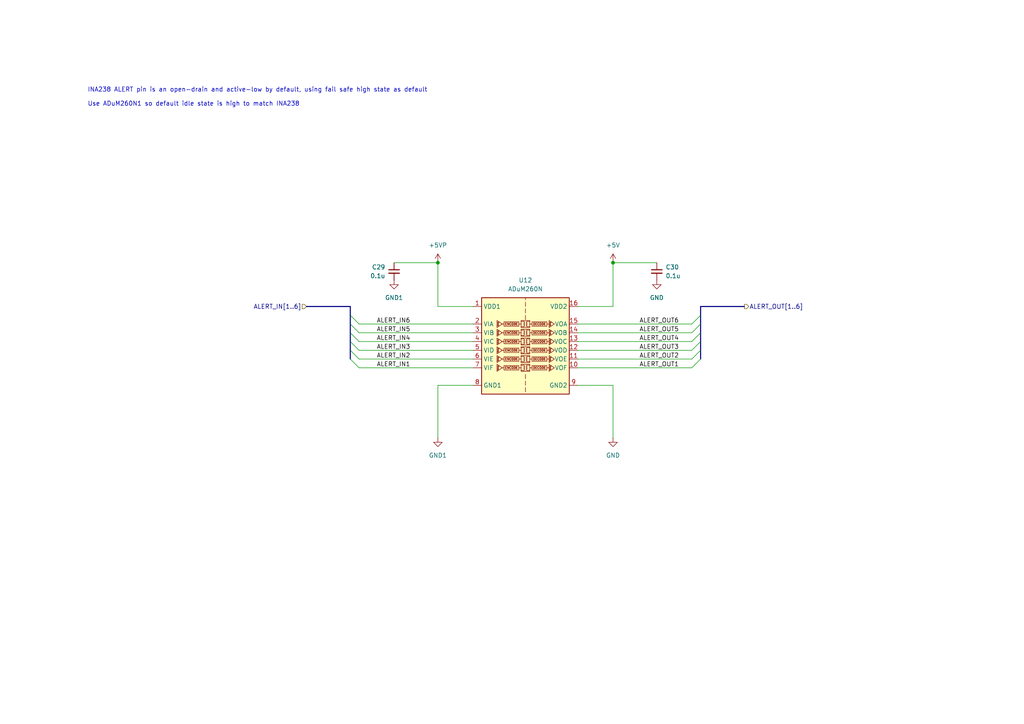
<source format=kicad_sch>
(kicad_sch
	(version 20250114)
	(generator "eeschema")
	(generator_version "9.0")
	(uuid "a9be638a-702c-43e4-a614-4f6986c09bed")
	(paper "A4")
	(title_block
		(title "12V-2x6 Current Monitor")
		(date "2025-08-12")
		(rev "1")
		(company "eggsampler")
	)
	(lib_symbols
		(symbol "Device:C_Small"
			(pin_numbers
				(hide yes)
			)
			(pin_names
				(offset 0.254)
				(hide yes)
			)
			(exclude_from_sim no)
			(in_bom yes)
			(on_board yes)
			(property "Reference" "C"
				(at 0.254 1.778 0)
				(effects
					(font
						(size 1.27 1.27)
					)
					(justify left)
				)
			)
			(property "Value" "C_Small"
				(at 0.254 -2.032 0)
				(effects
					(font
						(size 1.27 1.27)
					)
					(justify left)
				)
			)
			(property "Footprint" ""
				(at 0 0 0)
				(effects
					(font
						(size 1.27 1.27)
					)
					(hide yes)
				)
			)
			(property "Datasheet" "~"
				(at 0 0 0)
				(effects
					(font
						(size 1.27 1.27)
					)
					(hide yes)
				)
			)
			(property "Description" "Unpolarized capacitor, small symbol"
				(at 0 0 0)
				(effects
					(font
						(size 1.27 1.27)
					)
					(hide yes)
				)
			)
			(property "ki_keywords" "capacitor cap"
				(at 0 0 0)
				(effects
					(font
						(size 1.27 1.27)
					)
					(hide yes)
				)
			)
			(property "ki_fp_filters" "C_*"
				(at 0 0 0)
				(effects
					(font
						(size 1.27 1.27)
					)
					(hide yes)
				)
			)
			(symbol "C_Small_0_1"
				(polyline
					(pts
						(xy -1.524 0.508) (xy 1.524 0.508)
					)
					(stroke
						(width 0.3048)
						(type default)
					)
					(fill
						(type none)
					)
				)
				(polyline
					(pts
						(xy -1.524 -0.508) (xy 1.524 -0.508)
					)
					(stroke
						(width 0.3302)
						(type default)
					)
					(fill
						(type none)
					)
				)
			)
			(symbol "C_Small_1_1"
				(pin passive line
					(at 0 2.54 270)
					(length 2.032)
					(name "~"
						(effects
							(font
								(size 1.27 1.27)
							)
						)
					)
					(number "1"
						(effects
							(font
								(size 1.27 1.27)
							)
						)
					)
				)
				(pin passive line
					(at 0 -2.54 90)
					(length 2.032)
					(name "~"
						(effects
							(font
								(size 1.27 1.27)
							)
						)
					)
					(number "2"
						(effects
							(font
								(size 1.27 1.27)
							)
						)
					)
				)
			)
			(embedded_fonts no)
		)
		(symbol "Isolator:ADuM260N"
			(exclude_from_sim no)
			(in_bom yes)
			(on_board yes)
			(property "Reference" "U"
				(at -11.43 16.51 0)
				(effects
					(font
						(size 1.27 1.27)
					)
				)
			)
			(property "Value" "ADuM260N"
				(at 7.62 16.51 0)
				(effects
					(font
						(size 1.27 1.27)
					)
				)
			)
			(property "Footprint" "Package_SO:SOIC-16W_7.5x12.8mm_P1.27mm"
				(at 0 -15.24 0)
				(effects
					(font
						(size 1.27 1.27)
					)
					(hide yes)
				)
			)
			(property "Datasheet" "http://www.analog.com/media/en/technical-documentation/data-sheets/ADuM260N-261N-262N-263N.pdf"
				(at 0 19.05 0)
				(effects
					(font
						(size 1.27 1.27)
					)
					(hide yes)
				)
			)
			(property "Description" "5.0 kV RMS, 6-Channel Digital Isolator, 0 reverse channels, SOIC-16"
				(at 0 0 0)
				(effects
					(font
						(size 1.27 1.27)
					)
					(hide yes)
				)
			)
			(property "ki_keywords" "digital isolator galvanic isopower"
				(at 0 0 0)
				(effects
					(font
						(size 1.27 1.27)
					)
					(hide yes)
				)
			)
			(property "ki_fp_filters" "SOIC*7.5x12.8mm*P1.27mm*"
				(at 0 0 0)
				(effects
					(font
						(size 1.27 1.27)
					)
					(hide yes)
				)
			)
			(symbol "ADuM260N_0_1"
				(polyline
					(pts
						(xy -8.0518 7.112) (xy -7.7978 7.112) (xy -7.7978 8.128)
					)
					(stroke
						(width 0)
						(type default)
					)
					(fill
						(type none)
					)
				)
				(polyline
					(pts
						(xy -8.001 8.128) (xy -7.62 8.128)
					)
					(stroke
						(width 0)
						(type default)
					)
					(fill
						(type none)
					)
				)
				(polyline
					(pts
						(xy -8.001 8.128) (xy -8.001 7.112) (xy -8.128 7.112)
					)
					(stroke
						(width 0)
						(type default)
					)
					(fill
						(type none)
					)
				)
				(polyline
					(pts
						(xy -6.731 7.62) (xy -8.255 8.636) (xy -8.255 6.604) (xy -6.731 7.62)
					)
					(stroke
						(width 0)
						(type default)
					)
					(fill
						(type none)
					)
				)
			)
			(symbol "ADuM260N_1_0"
				(polyline
					(pts
						(xy -6.223 7.62) (xy -6.858 7.62)
					)
					(stroke
						(width 0)
						(type default)
					)
					(fill
						(type none)
					)
				)
				(polyline
					(pts
						(xy -6.223 5.08) (xy -6.858 5.08)
					)
					(stroke
						(width 0)
						(type default)
					)
					(fill
						(type none)
					)
				)
				(polyline
					(pts
						(xy -6.223 2.54) (xy -6.858 2.54)
					)
					(stroke
						(width 0)
						(type default)
					)
					(fill
						(type none)
					)
				)
				(polyline
					(pts
						(xy -6.223 0) (xy -6.858 0)
					)
					(stroke
						(width 0)
						(type default)
					)
					(fill
						(type none)
					)
				)
				(polyline
					(pts
						(xy -6.223 -2.54) (xy -6.858 -2.54)
					)
					(stroke
						(width 0)
						(type default)
					)
					(fill
						(type none)
					)
				)
				(polyline
					(pts
						(xy -6.223 -5.08) (xy -6.858 -5.08)
					)
					(stroke
						(width 0)
						(type default)
					)
					(fill
						(type none)
					)
				)
				(polyline
					(pts
						(xy -1.905 7.62) (xy -1.27 7.62)
					)
					(stroke
						(width 0)
						(type default)
					)
					(fill
						(type none)
					)
				)
				(polyline
					(pts
						(xy -1.905 5.08) (xy -1.27 5.08)
					)
					(stroke
						(width 0)
						(type default)
					)
					(fill
						(type none)
					)
				)
				(polyline
					(pts
						(xy -1.905 2.54) (xy -1.27 2.54)
					)
					(stroke
						(width 0)
						(type default)
					)
					(fill
						(type none)
					)
				)
				(polyline
					(pts
						(xy -1.905 0) (xy -1.27 0)
					)
					(stroke
						(width 0)
						(type default)
					)
					(fill
						(type none)
					)
				)
				(polyline
					(pts
						(xy -1.905 -2.54) (xy -1.27 -2.54)
					)
					(stroke
						(width 0)
						(type default)
					)
					(fill
						(type none)
					)
				)
				(polyline
					(pts
						(xy -1.905 -5.08) (xy -1.27 -5.08)
					)
					(stroke
						(width 0)
						(type default)
					)
					(fill
						(type none)
					)
				)
				(rectangle
					(start -1.27 8.636)
					(end 1.27 6.604)
					(stroke
						(width 0)
						(type default)
					)
					(fill
						(type none)
					)
				)
				(polyline
					(pts
						(xy -1.27 8.382) (xy -0.508 8.382)
					)
					(stroke
						(width 0)
						(type default)
					)
					(fill
						(type none)
					)
				)
				(polyline
					(pts
						(xy -1.27 6.858) (xy -0.508 6.858)
					)
					(stroke
						(width 0)
						(type default)
					)
					(fill
						(type none)
					)
				)
				(rectangle
					(start -1.27 6.096)
					(end 1.27 4.064)
					(stroke
						(width 0)
						(type default)
					)
					(fill
						(type none)
					)
				)
				(polyline
					(pts
						(xy -1.27 5.842) (xy -0.508 5.842)
					)
					(stroke
						(width 0)
						(type default)
					)
					(fill
						(type none)
					)
				)
				(polyline
					(pts
						(xy -1.27 4.318) (xy -0.508 4.318)
					)
					(stroke
						(width 0)
						(type default)
					)
					(fill
						(type none)
					)
				)
				(rectangle
					(start -1.27 3.556)
					(end 1.27 1.524)
					(stroke
						(width 0)
						(type default)
					)
					(fill
						(type none)
					)
				)
				(polyline
					(pts
						(xy -1.27 3.302) (xy -0.508 3.302)
					)
					(stroke
						(width 0)
						(type default)
					)
					(fill
						(type none)
					)
				)
				(polyline
					(pts
						(xy -1.27 1.778) (xy -0.508 1.778)
					)
					(stroke
						(width 0)
						(type default)
					)
					(fill
						(type none)
					)
				)
				(rectangle
					(start -1.27 1.016)
					(end 1.27 -1.016)
					(stroke
						(width 0)
						(type default)
					)
					(fill
						(type none)
					)
				)
				(polyline
					(pts
						(xy -1.27 0.762) (xy -0.508 0.762)
					)
					(stroke
						(width 0)
						(type default)
					)
					(fill
						(type none)
					)
				)
				(polyline
					(pts
						(xy -1.27 -0.762) (xy -0.508 -0.762)
					)
					(stroke
						(width 0)
						(type default)
					)
					(fill
						(type none)
					)
				)
				(rectangle
					(start -1.27 -1.524)
					(end 1.27 -3.556)
					(stroke
						(width 0)
						(type default)
					)
					(fill
						(type none)
					)
				)
				(polyline
					(pts
						(xy -1.27 -1.778) (xy -0.508 -1.778)
					)
					(stroke
						(width 0)
						(type default)
					)
					(fill
						(type none)
					)
				)
				(polyline
					(pts
						(xy -1.27 -3.302) (xy -0.508 -3.302)
					)
					(stroke
						(width 0)
						(type default)
					)
					(fill
						(type none)
					)
				)
				(rectangle
					(start -1.27 -4.064)
					(end 1.27 -6.096)
					(stroke
						(width 0)
						(type default)
					)
					(fill
						(type none)
					)
				)
				(polyline
					(pts
						(xy -1.27 -4.318) (xy -0.508 -4.318)
					)
					(stroke
						(width 0)
						(type default)
					)
					(fill
						(type none)
					)
				)
				(polyline
					(pts
						(xy -1.27 -5.842) (xy -0.508 -5.842)
					)
					(stroke
						(width 0)
						(type default)
					)
					(fill
						(type none)
					)
				)
				(arc
					(start -0.508 8.382)
					(mid -0.2551 8.128)
					(end -0.508 7.874)
					(stroke
						(width 0)
						(type default)
					)
					(fill
						(type none)
					)
				)
				(arc
					(start -0.508 7.874)
					(mid -0.2551 7.62)
					(end -0.508 7.366)
					(stroke
						(width 0)
						(type default)
					)
					(fill
						(type none)
					)
				)
				(arc
					(start -0.508 7.366)
					(mid -0.2551 7.112)
					(end -0.508 6.858)
					(stroke
						(width 0)
						(type default)
					)
					(fill
						(type none)
					)
				)
				(arc
					(start -0.508 5.842)
					(mid -0.2551 5.588)
					(end -0.508 5.334)
					(stroke
						(width 0)
						(type default)
					)
					(fill
						(type none)
					)
				)
				(arc
					(start -0.508 5.334)
					(mid -0.2551 5.08)
					(end -0.508 4.826)
					(stroke
						(width 0)
						(type default)
					)
					(fill
						(type none)
					)
				)
				(arc
					(start -0.508 4.826)
					(mid -0.2551 4.572)
					(end -0.508 4.318)
					(stroke
						(width 0)
						(type default)
					)
					(fill
						(type none)
					)
				)
				(arc
					(start -0.508 3.302)
					(mid -0.2551 3.048)
					(end -0.508 2.794)
					(stroke
						(width 0)
						(type default)
					)
					(fill
						(type none)
					)
				)
				(arc
					(start -0.508 2.794)
					(mid -0.2551 2.54)
					(end -0.508 2.286)
					(stroke
						(width 0)
						(type default)
					)
					(fill
						(type none)
					)
				)
				(arc
					(start -0.508 2.286)
					(mid -0.2551 2.032)
					(end -0.508 1.778)
					(stroke
						(width 0)
						(type default)
					)
					(fill
						(type none)
					)
				)
				(arc
					(start -0.508 0.762)
					(mid -0.2551 0.508)
					(end -0.508 0.254)
					(stroke
						(width 0)
						(type default)
					)
					(fill
						(type none)
					)
				)
				(arc
					(start -0.508 0.254)
					(mid -0.2551 0)
					(end -0.508 -0.254)
					(stroke
						(width 0)
						(type default)
					)
					(fill
						(type none)
					)
				)
				(arc
					(start -0.508 -0.254)
					(mid -0.2551 -0.508)
					(end -0.508 -0.762)
					(stroke
						(width 0)
						(type default)
					)
					(fill
						(type none)
					)
				)
				(arc
					(start -0.508 -1.778)
					(mid -0.2551 -2.032)
					(end -0.508 -2.286)
					(stroke
						(width 0)
						(type default)
					)
					(fill
						(type none)
					)
				)
				(arc
					(start -0.508 -2.286)
					(mid -0.2551 -2.54)
					(end -0.508 -2.794)
					(stroke
						(width 0)
						(type default)
					)
					(fill
						(type none)
					)
				)
				(arc
					(start -0.508 -2.794)
					(mid -0.2551 -3.048)
					(end -0.508 -3.302)
					(stroke
						(width 0)
						(type default)
					)
					(fill
						(type none)
					)
				)
				(arc
					(start -0.508 -4.318)
					(mid -0.2551 -4.572)
					(end -0.508 -4.826)
					(stroke
						(width 0)
						(type default)
					)
					(fill
						(type none)
					)
				)
				(arc
					(start -0.508 -4.826)
					(mid -0.2551 -5.08)
					(end -0.508 -5.334)
					(stroke
						(width 0)
						(type default)
					)
					(fill
						(type none)
					)
				)
				(arc
					(start -0.508 -5.334)
					(mid -0.2551 -5.588)
					(end -0.508 -5.842)
					(stroke
						(width 0)
						(type default)
					)
					(fill
						(type none)
					)
				)
				(polyline
					(pts
						(xy 0 14.605) (xy 0 15.24)
					)
					(stroke
						(width 0)
						(type default)
					)
					(fill
						(type none)
					)
				)
				(polyline
					(pts
						(xy 0 13.97) (xy 0 12.7)
					)
					(stroke
						(width 0)
						(type default)
					)
					(fill
						(type none)
					)
				)
				(polyline
					(pts
						(xy 0 12.065) (xy 0 10.795)
					)
					(stroke
						(width 0)
						(type default)
					)
					(fill
						(type none)
					)
				)
				(polyline
					(pts
						(xy 0 8.89) (xy 0 10.16)
					)
					(stroke
						(width 0)
						(type default)
					)
					(fill
						(type none)
					)
				)
				(polyline
					(pts
						(xy 0 -6.985) (xy 0 -8.255)
					)
					(stroke
						(width 0)
						(type default)
					)
					(fill
						(type none)
					)
				)
				(polyline
					(pts
						(xy 0 -8.89) (xy 0 -10.16)
					)
					(stroke
						(width 0)
						(type default)
					)
					(fill
						(type none)
					)
				)
				(polyline
					(pts
						(xy 0 -10.795) (xy 0 -12.065)
					)
					(stroke
						(width 0)
						(type default)
					)
					(fill
						(type none)
					)
				)
				(arc
					(start 0.508 7.874)
					(mid 0.255 8.128)
					(end 0.508 8.382)
					(stroke
						(width 0)
						(type default)
					)
					(fill
						(type none)
					)
				)
				(arc
					(start 0.508 7.366)
					(mid 0.255 7.62)
					(end 0.508 7.874)
					(stroke
						(width 0)
						(type default)
					)
					(fill
						(type none)
					)
				)
				(arc
					(start 0.508 6.858)
					(mid 0.255 7.112)
					(end 0.508 7.366)
					(stroke
						(width 0)
						(type default)
					)
					(fill
						(type none)
					)
				)
				(arc
					(start 0.508 5.334)
					(mid 0.255 5.588)
					(end 0.508 5.842)
					(stroke
						(width 0)
						(type default)
					)
					(fill
						(type none)
					)
				)
				(arc
					(start 0.508 4.826)
					(mid 0.255 5.08)
					(end 0.508 5.334)
					(stroke
						(width 0)
						(type default)
					)
					(fill
						(type none)
					)
				)
				(arc
					(start 0.508 4.318)
					(mid 0.255 4.572)
					(end 0.508 4.826)
					(stroke
						(width 0)
						(type default)
					)
					(fill
						(type none)
					)
				)
				(arc
					(start 0.508 2.794)
					(mid 0.255 3.048)
					(end 0.508 3.302)
					(stroke
						(width 0)
						(type default)
					)
					(fill
						(type none)
					)
				)
				(arc
					(start 0.508 2.286)
					(mid 0.255 2.54)
					(end 0.508 2.794)
					(stroke
						(width 0)
						(type default)
					)
					(fill
						(type none)
					)
				)
				(arc
					(start 0.508 1.778)
					(mid 0.255 2.032)
					(end 0.508 2.286)
					(stroke
						(width 0)
						(type default)
					)
					(fill
						(type none)
					)
				)
				(arc
					(start 0.508 0.254)
					(mid 0.255 0.508)
					(end 0.508 0.762)
					(stroke
						(width 0)
						(type default)
					)
					(fill
						(type none)
					)
				)
				(arc
					(start 0.508 -0.254)
					(mid 0.255 0)
					(end 0.508 0.254)
					(stroke
						(width 0)
						(type default)
					)
					(fill
						(type none)
					)
				)
				(arc
					(start 0.508 -0.762)
					(mid 0.255 -0.508)
					(end 0.508 -0.254)
					(stroke
						(width 0)
						(type default)
					)
					(fill
						(type none)
					)
				)
				(arc
					(start 0.508 -2.286)
					(mid 0.255 -2.032)
					(end 0.508 -1.778)
					(stroke
						(width 0)
						(type default)
					)
					(fill
						(type none)
					)
				)
				(arc
					(start 0.508 -2.794)
					(mid 0.255 -2.54)
					(end 0.508 -2.286)
					(stroke
						(width 0)
						(type default)
					)
					(fill
						(type none)
					)
				)
				(arc
					(start 0.508 -3.302)
					(mid 0.255 -3.048)
					(end 0.508 -2.794)
					(stroke
						(width 0)
						(type default)
					)
					(fill
						(type none)
					)
				)
				(arc
					(start 0.508 -4.826)
					(mid 0.255 -4.572)
					(end 0.508 -4.318)
					(stroke
						(width 0)
						(type default)
					)
					(fill
						(type none)
					)
				)
				(arc
					(start 0.508 -5.334)
					(mid 0.255 -5.08)
					(end 0.508 -4.826)
					(stroke
						(width 0)
						(type default)
					)
					(fill
						(type none)
					)
				)
				(arc
					(start 0.508 -5.842)
					(mid 0.255 -5.588)
					(end 0.508 -5.334)
					(stroke
						(width 0)
						(type default)
					)
					(fill
						(type none)
					)
				)
				(polyline
					(pts
						(xy 1.27 8.382) (xy 0.508 8.382)
					)
					(stroke
						(width 0)
						(type default)
					)
					(fill
						(type none)
					)
				)
				(polyline
					(pts
						(xy 1.27 6.858) (xy 0.508 6.858)
					)
					(stroke
						(width 0)
						(type default)
					)
					(fill
						(type none)
					)
				)
				(polyline
					(pts
						(xy 1.27 5.842) (xy 0.508 5.842)
					)
					(stroke
						(width 0)
						(type default)
					)
					(fill
						(type none)
					)
				)
				(polyline
					(pts
						(xy 1.27 4.318) (xy 0.508 4.318)
					)
					(stroke
						(width 0)
						(type default)
					)
					(fill
						(type none)
					)
				)
				(polyline
					(pts
						(xy 1.27 3.302) (xy 0.508 3.302)
					)
					(stroke
						(width 0)
						(type default)
					)
					(fill
						(type none)
					)
				)
				(polyline
					(pts
						(xy 1.27 1.778) (xy 0.508 1.778)
					)
					(stroke
						(width 0)
						(type default)
					)
					(fill
						(type none)
					)
				)
				(polyline
					(pts
						(xy 1.27 0.762) (xy 0.508 0.762)
					)
					(stroke
						(width 0)
						(type default)
					)
					(fill
						(type none)
					)
				)
				(polyline
					(pts
						(xy 1.27 -0.762) (xy 0.508 -0.762)
					)
					(stroke
						(width 0)
						(type default)
					)
					(fill
						(type none)
					)
				)
				(polyline
					(pts
						(xy 1.27 -1.778) (xy 0.508 -1.778)
					)
					(stroke
						(width 0)
						(type default)
					)
					(fill
						(type none)
					)
				)
				(polyline
					(pts
						(xy 1.27 -3.302) (xy 0.508 -3.302)
					)
					(stroke
						(width 0)
						(type default)
					)
					(fill
						(type none)
					)
				)
				(polyline
					(pts
						(xy 1.27 -4.318) (xy 0.508 -4.318)
					)
					(stroke
						(width 0)
						(type default)
					)
					(fill
						(type none)
					)
				)
				(polyline
					(pts
						(xy 1.27 -5.842) (xy 0.508 -5.842)
					)
					(stroke
						(width 0)
						(type default)
					)
					(fill
						(type none)
					)
				)
				(rectangle
					(start 1.905 8.255)
					(end 6.223 6.985)
					(stroke
						(width 0)
						(type default)
					)
					(fill
						(type none)
					)
				)
				(polyline
					(pts
						(xy 1.905 7.62) (xy 1.27 7.62)
					)
					(stroke
						(width 0)
						(type default)
					)
					(fill
						(type none)
					)
				)
				(rectangle
					(start 1.905 5.715)
					(end 6.223 4.445)
					(stroke
						(width 0)
						(type default)
					)
					(fill
						(type none)
					)
				)
				(polyline
					(pts
						(xy 1.905 5.08) (xy 1.27 5.08)
					)
					(stroke
						(width 0)
						(type default)
					)
					(fill
						(type none)
					)
				)
				(rectangle
					(start 1.905 3.175)
					(end 6.223 1.905)
					(stroke
						(width 0)
						(type default)
					)
					(fill
						(type none)
					)
				)
				(polyline
					(pts
						(xy 1.905 2.54) (xy 1.27 2.54)
					)
					(stroke
						(width 0)
						(type default)
					)
					(fill
						(type none)
					)
				)
				(rectangle
					(start 1.905 0.635)
					(end 6.223 -0.635)
					(stroke
						(width 0)
						(type default)
					)
					(fill
						(type none)
					)
				)
				(polyline
					(pts
						(xy 1.905 0) (xy 1.27 0)
					)
					(stroke
						(width 0)
						(type default)
					)
					(fill
						(type none)
					)
				)
				(rectangle
					(start 1.905 -1.905)
					(end 6.223 -3.175)
					(stroke
						(width 0)
						(type default)
					)
					(fill
						(type none)
					)
				)
				(polyline
					(pts
						(xy 1.905 -2.54) (xy 1.27 -2.54)
					)
					(stroke
						(width 0)
						(type default)
					)
					(fill
						(type none)
					)
				)
				(rectangle
					(start 1.905 -4.445)
					(end 6.223 -5.715)
					(stroke
						(width 0)
						(type default)
					)
					(fill
						(type none)
					)
				)
				(polyline
					(pts
						(xy 1.905 -5.08) (xy 1.27 -5.08)
					)
					(stroke
						(width 0)
						(type default)
					)
					(fill
						(type none)
					)
				)
				(polyline
					(pts
						(xy 6.223 7.62) (xy 6.858 7.62)
					)
					(stroke
						(width 0)
						(type default)
					)
					(fill
						(type none)
					)
				)
				(polyline
					(pts
						(xy 6.223 5.08) (xy 6.858 5.08)
					)
					(stroke
						(width 0)
						(type default)
					)
					(fill
						(type none)
					)
				)
				(polyline
					(pts
						(xy 6.223 2.54) (xy 6.858 2.54)
					)
					(stroke
						(width 0)
						(type default)
					)
					(fill
						(type none)
					)
				)
				(polyline
					(pts
						(xy 6.223 0) (xy 6.858 0)
					)
					(stroke
						(width 0)
						(type default)
					)
					(fill
						(type none)
					)
				)
				(polyline
					(pts
						(xy 6.223 -2.54) (xy 6.858 -2.54)
					)
					(stroke
						(width 0)
						(type default)
					)
					(fill
						(type none)
					)
				)
				(polyline
					(pts
						(xy 6.223 -5.08) (xy 6.858 -5.08)
					)
					(stroke
						(width 0)
						(type default)
					)
					(fill
						(type none)
					)
				)
				(text "ENCODE"
					(at -4.064 7.62 0)
					(effects
						(font
							(size 0.635 0.635)
						)
					)
				)
				(text "ENCODE"
					(at -4.064 5.08 0)
					(effects
						(font
							(size 0.635 0.635)
						)
					)
				)
				(text "ENCODE"
					(at -4.064 2.54 0)
					(effects
						(font
							(size 0.635 0.635)
						)
					)
				)
				(text "ENCODE"
					(at -4.064 0 0)
					(effects
						(font
							(size 0.635 0.635)
						)
					)
				)
				(text "ENCODE"
					(at -4.064 -2.54 0)
					(effects
						(font
							(size 0.635 0.635)
						)
					)
				)
				(text "ENCODE"
					(at -4.064 -5.08 0)
					(effects
						(font
							(size 0.635 0.635)
						)
					)
				)
				(text "DECODE"
					(at 4.064 7.62 0)
					(effects
						(font
							(size 0.635 0.635)
						)
					)
				)
				(text "DECODE"
					(at 4.064 5.08 0)
					(effects
						(font
							(size 0.635 0.635)
						)
					)
				)
				(text "DECODE"
					(at 4.064 2.54 0)
					(effects
						(font
							(size 0.635 0.635)
						)
					)
				)
				(text "DECODE"
					(at 4.064 0 0)
					(effects
						(font
							(size 0.635 0.635)
						)
					)
				)
				(text "DECODE"
					(at 4.064 -2.54 0)
					(effects
						(font
							(size 0.635 0.635)
						)
					)
				)
				(text "DECODE"
					(at 4.064 -5.08 0)
					(effects
						(font
							(size 0.635 0.635)
						)
					)
				)
			)
			(symbol "ADuM260N_1_1"
				(rectangle
					(start -12.7 15.24)
					(end 12.7 -12.7)
					(stroke
						(width 0.254)
						(type default)
					)
					(fill
						(type background)
					)
				)
				(polyline
					(pts
						(xy -8.0518 4.572) (xy -7.7978 4.572) (xy -7.7978 5.588)
					)
					(stroke
						(width 0)
						(type default)
					)
					(fill
						(type none)
					)
				)
				(polyline
					(pts
						(xy -8.0518 2.032) (xy -7.7978 2.032) (xy -7.7978 3.048)
					)
					(stroke
						(width 0)
						(type default)
					)
					(fill
						(type none)
					)
				)
				(polyline
					(pts
						(xy -8.0518 -0.508) (xy -7.7978 -0.508) (xy -7.7978 0.508)
					)
					(stroke
						(width 0)
						(type default)
					)
					(fill
						(type none)
					)
				)
				(polyline
					(pts
						(xy -8.0518 -3.048) (xy -7.7978 -3.048) (xy -7.7978 -2.032)
					)
					(stroke
						(width 0)
						(type default)
					)
					(fill
						(type none)
					)
				)
				(polyline
					(pts
						(xy -8.0518 -5.588) (xy -7.7978 -5.588) (xy -7.7978 -4.572)
					)
					(stroke
						(width 0)
						(type default)
					)
					(fill
						(type none)
					)
				)
				(polyline
					(pts
						(xy -8.001 5.588) (xy -7.62 5.588)
					)
					(stroke
						(width 0)
						(type default)
					)
					(fill
						(type none)
					)
				)
				(polyline
					(pts
						(xy -8.001 5.588) (xy -8.001 4.572) (xy -8.128 4.572)
					)
					(stroke
						(width 0)
						(type default)
					)
					(fill
						(type none)
					)
				)
				(polyline
					(pts
						(xy -8.001 3.048) (xy -7.62 3.048)
					)
					(stroke
						(width 0)
						(type default)
					)
					(fill
						(type none)
					)
				)
				(polyline
					(pts
						(xy -8.001 3.048) (xy -8.001 2.032) (xy -8.128 2.032)
					)
					(stroke
						(width 0)
						(type default)
					)
					(fill
						(type none)
					)
				)
				(polyline
					(pts
						(xy -8.001 0.508) (xy -7.62 0.508)
					)
					(stroke
						(width 0)
						(type default)
					)
					(fill
						(type none)
					)
				)
				(polyline
					(pts
						(xy -8.001 0.508) (xy -8.001 -0.508) (xy -8.128 -0.508)
					)
					(stroke
						(width 0)
						(type default)
					)
					(fill
						(type none)
					)
				)
				(polyline
					(pts
						(xy -8.001 -2.032) (xy -7.62 -2.032)
					)
					(stroke
						(width 0)
						(type default)
					)
					(fill
						(type none)
					)
				)
				(polyline
					(pts
						(xy -8.001 -2.032) (xy -8.001 -3.048) (xy -8.128 -3.048)
					)
					(stroke
						(width 0)
						(type default)
					)
					(fill
						(type none)
					)
				)
				(polyline
					(pts
						(xy -8.001 -4.572) (xy -7.62 -4.572)
					)
					(stroke
						(width 0)
						(type default)
					)
					(fill
						(type none)
					)
				)
				(polyline
					(pts
						(xy -8.001 -4.572) (xy -8.001 -5.588) (xy -8.128 -5.588)
					)
					(stroke
						(width 0)
						(type default)
					)
					(fill
						(type none)
					)
				)
				(polyline
					(pts
						(xy -6.731 5.08) (xy -8.255 6.096) (xy -8.255 4.064) (xy -6.731 5.08)
					)
					(stroke
						(width 0)
						(type default)
					)
					(fill
						(type none)
					)
				)
				(polyline
					(pts
						(xy -6.731 2.54) (xy -8.255 3.556) (xy -8.255 1.524) (xy -6.731 2.54)
					)
					(stroke
						(width 0)
						(type default)
					)
					(fill
						(type none)
					)
				)
				(polyline
					(pts
						(xy -6.731 0) (xy -8.255 1.016) (xy -8.255 -1.016) (xy -6.731 0)
					)
					(stroke
						(width 0)
						(type default)
					)
					(fill
						(type none)
					)
				)
				(polyline
					(pts
						(xy -6.731 -2.54) (xy -8.255 -1.524) (xy -8.255 -3.556) (xy -6.731 -2.54)
					)
					(stroke
						(width 0)
						(type default)
					)
					(fill
						(type none)
					)
				)
				(polyline
					(pts
						(xy -6.731 -5.08) (xy -8.255 -4.064) (xy -8.255 -6.096) (xy -6.731 -5.08)
					)
					(stroke
						(width 0)
						(type default)
					)
					(fill
						(type none)
					)
				)
				(rectangle
					(start -1.905 8.255)
					(end -6.223 6.985)
					(stroke
						(width 0)
						(type default)
					)
					(fill
						(type none)
					)
				)
				(rectangle
					(start -1.905 5.715)
					(end -6.223 4.445)
					(stroke
						(width 0)
						(type default)
					)
					(fill
						(type none)
					)
				)
				(rectangle
					(start -1.905 3.175)
					(end -6.223 1.905)
					(stroke
						(width 0)
						(type default)
					)
					(fill
						(type none)
					)
				)
				(rectangle
					(start -1.905 0.635)
					(end -6.223 -0.635)
					(stroke
						(width 0)
						(type default)
					)
					(fill
						(type none)
					)
				)
				(rectangle
					(start -1.905 -1.905)
					(end -6.223 -3.175)
					(stroke
						(width 0)
						(type default)
					)
					(fill
						(type none)
					)
				)
				(rectangle
					(start -1.905 -4.445)
					(end -6.223 -5.715)
					(stroke
						(width 0)
						(type default)
					)
					(fill
						(type none)
					)
				)
				(polyline
					(pts
						(xy 7.0612 7.112) (xy 7.3152 7.112) (xy 7.3152 8.128)
					)
					(stroke
						(width 0)
						(type default)
					)
					(fill
						(type none)
					)
				)
				(polyline
					(pts
						(xy 7.0612 4.572) (xy 7.3152 4.572) (xy 7.3152 5.588)
					)
					(stroke
						(width 0)
						(type default)
					)
					(fill
						(type none)
					)
				)
				(polyline
					(pts
						(xy 7.0612 2.032) (xy 7.3152 2.032) (xy 7.3152 3.048)
					)
					(stroke
						(width 0)
						(type default)
					)
					(fill
						(type none)
					)
				)
				(polyline
					(pts
						(xy 7.0612 -0.508) (xy 7.3152 -0.508) (xy 7.3152 0.508)
					)
					(stroke
						(width 0)
						(type default)
					)
					(fill
						(type none)
					)
				)
				(polyline
					(pts
						(xy 7.0612 -3.048) (xy 7.3152 -3.048) (xy 7.3152 -2.032)
					)
					(stroke
						(width 0)
						(type default)
					)
					(fill
						(type none)
					)
				)
				(polyline
					(pts
						(xy 7.0612 -5.588) (xy 7.3152 -5.588) (xy 7.3152 -4.572)
					)
					(stroke
						(width 0)
						(type default)
					)
					(fill
						(type none)
					)
				)
				(polyline
					(pts
						(xy 7.112 8.128) (xy 7.493 8.128)
					)
					(stroke
						(width 0)
						(type default)
					)
					(fill
						(type none)
					)
				)
				(polyline
					(pts
						(xy 7.112 8.128) (xy 7.112 7.112) (xy 6.985 7.112)
					)
					(stroke
						(width 0)
						(type default)
					)
					(fill
						(type none)
					)
				)
				(polyline
					(pts
						(xy 7.112 5.588) (xy 7.493 5.588)
					)
					(stroke
						(width 0)
						(type default)
					)
					(fill
						(type none)
					)
				)
				(polyline
					(pts
						(xy 7.112 5.588) (xy 7.112 4.572) (xy 6.985 4.572)
					)
					(stroke
						(width 0)
						(type default)
					)
					(fill
						(type none)
					)
				)
				(polyline
					(pts
						(xy 7.112 3.048) (xy 7.493 3.048)
					)
					(stroke
						(width 0)
						(type default)
					)
					(fill
						(type none)
					)
				)
				(polyline
					(pts
						(xy 7.112 3.048) (xy 7.112 2.032) (xy 6.985 2.032)
					)
					(stroke
						(width 0)
						(type default)
					)
					(fill
						(type none)
					)
				)
				(polyline
					(pts
						(xy 7.112 0.508) (xy 7.493 0.508)
					)
					(stroke
						(width 0)
						(type default)
					)
					(fill
						(type none)
					)
				)
				(polyline
					(pts
						(xy 7.112 0.508) (xy 7.112 -0.508) (xy 6.985 -0.508)
					)
					(stroke
						(width 0)
						(type default)
					)
					(fill
						(type none)
					)
				)
				(polyline
					(pts
						(xy 7.112 -2.032) (xy 7.493 -2.032)
					)
					(stroke
						(width 0)
						(type default)
					)
					(fill
						(type none)
					)
				)
				(polyline
					(pts
						(xy 7.112 -2.032) (xy 7.112 -3.048) (xy 6.985 -3.048)
					)
					(stroke
						(width 0)
						(type default)
					)
					(fill
						(type none)
					)
				)
				(polyline
					(pts
						(xy 7.112 -4.572) (xy 7.493 -4.572)
					)
					(stroke
						(width 0)
						(type default)
					)
					(fill
						(type none)
					)
				)
				(polyline
					(pts
						(xy 7.112 -4.572) (xy 7.112 -5.588) (xy 6.985 -5.588)
					)
					(stroke
						(width 0)
						(type default)
					)
					(fill
						(type none)
					)
				)
				(polyline
					(pts
						(xy 8.382 7.62) (xy 6.858 8.636) (xy 6.858 6.604) (xy 8.382 7.62)
					)
					(stroke
						(width 0)
						(type default)
					)
					(fill
						(type none)
					)
				)
				(polyline
					(pts
						(xy 8.382 5.08) (xy 6.858 6.096) (xy 6.858 4.064) (xy 8.382 5.08)
					)
					(stroke
						(width 0)
						(type default)
					)
					(fill
						(type none)
					)
				)
				(polyline
					(pts
						(xy 8.382 2.54) (xy 6.858 3.556) (xy 6.858 1.524) (xy 8.382 2.54)
					)
					(stroke
						(width 0)
						(type default)
					)
					(fill
						(type none)
					)
				)
				(polyline
					(pts
						(xy 8.382 0) (xy 6.858 1.016) (xy 6.858 -1.016) (xy 8.382 0)
					)
					(stroke
						(width 0)
						(type default)
					)
					(fill
						(type none)
					)
				)
				(polyline
					(pts
						(xy 8.382 -2.54) (xy 6.858 -1.524) (xy 6.858 -3.556) (xy 8.382 -2.54)
					)
					(stroke
						(width 0)
						(type default)
					)
					(fill
						(type none)
					)
				)
				(polyline
					(pts
						(xy 8.382 -5.08) (xy 6.858 -4.064) (xy 6.858 -6.096) (xy 8.382 -5.08)
					)
					(stroke
						(width 0)
						(type default)
					)
					(fill
						(type none)
					)
				)
				(pin power_in line
					(at -15.24 12.7 0)
					(length 2.54)
					(name "VDD1"
						(effects
							(font
								(size 1.27 1.27)
							)
						)
					)
					(number "1"
						(effects
							(font
								(size 1.27 1.27)
							)
						)
					)
				)
				(pin input line
					(at -15.24 7.62 0)
					(length 2.54)
					(name "VIA"
						(effects
							(font
								(size 1.27 1.27)
							)
						)
					)
					(number "2"
						(effects
							(font
								(size 1.27 1.27)
							)
						)
					)
				)
				(pin input line
					(at -15.24 5.08 0)
					(length 2.54)
					(name "VIB"
						(effects
							(font
								(size 1.27 1.27)
							)
						)
					)
					(number "3"
						(effects
							(font
								(size 1.27 1.27)
							)
						)
					)
				)
				(pin input line
					(at -15.24 2.54 0)
					(length 2.54)
					(name "VIC"
						(effects
							(font
								(size 1.27 1.27)
							)
						)
					)
					(number "4"
						(effects
							(font
								(size 1.27 1.27)
							)
						)
					)
				)
				(pin input line
					(at -15.24 0 0)
					(length 2.54)
					(name "VID"
						(effects
							(font
								(size 1.27 1.27)
							)
						)
					)
					(number "5"
						(effects
							(font
								(size 1.27 1.27)
							)
						)
					)
				)
				(pin input line
					(at -15.24 -2.54 0)
					(length 2.54)
					(name "VIE"
						(effects
							(font
								(size 1.27 1.27)
							)
						)
					)
					(number "6"
						(effects
							(font
								(size 1.27 1.27)
							)
						)
					)
				)
				(pin input line
					(at -15.24 -5.08 0)
					(length 2.54)
					(name "VIF"
						(effects
							(font
								(size 1.27 1.27)
							)
						)
					)
					(number "7"
						(effects
							(font
								(size 1.27 1.27)
							)
						)
					)
				)
				(pin power_in line
					(at -15.24 -10.16 0)
					(length 2.54)
					(name "GND1"
						(effects
							(font
								(size 1.27 1.27)
							)
						)
					)
					(number "8"
						(effects
							(font
								(size 1.27 1.27)
							)
						)
					)
				)
				(pin power_in line
					(at 15.24 12.7 180)
					(length 2.54)
					(name "VDD2"
						(effects
							(font
								(size 1.27 1.27)
							)
						)
					)
					(number "16"
						(effects
							(font
								(size 1.27 1.27)
							)
						)
					)
				)
				(pin output line
					(at 15.24 7.62 180)
					(length 2.54)
					(name "VOA"
						(effects
							(font
								(size 1.27 1.27)
							)
						)
					)
					(number "15"
						(effects
							(font
								(size 1.27 1.27)
							)
						)
					)
				)
				(pin output line
					(at 15.24 5.08 180)
					(length 2.54)
					(name "VOB"
						(effects
							(font
								(size 1.27 1.27)
							)
						)
					)
					(number "14"
						(effects
							(font
								(size 1.27 1.27)
							)
						)
					)
				)
				(pin output line
					(at 15.24 2.54 180)
					(length 2.54)
					(name "VOC"
						(effects
							(font
								(size 1.27 1.27)
							)
						)
					)
					(number "13"
						(effects
							(font
								(size 1.27 1.27)
							)
						)
					)
				)
				(pin output line
					(at 15.24 0 180)
					(length 2.54)
					(name "VOD"
						(effects
							(font
								(size 1.27 1.27)
							)
						)
					)
					(number "12"
						(effects
							(font
								(size 1.27 1.27)
							)
						)
					)
				)
				(pin output line
					(at 15.24 -2.54 180)
					(length 2.54)
					(name "VOE"
						(effects
							(font
								(size 1.27 1.27)
							)
						)
					)
					(number "11"
						(effects
							(font
								(size 1.27 1.27)
							)
						)
					)
				)
				(pin output line
					(at 15.24 -5.08 180)
					(length 2.54)
					(name "VOF"
						(effects
							(font
								(size 1.27 1.27)
							)
						)
					)
					(number "10"
						(effects
							(font
								(size 1.27 1.27)
							)
						)
					)
				)
				(pin power_in line
					(at 15.24 -10.16 180)
					(length 2.54)
					(name "GND2"
						(effects
							(font
								(size 1.27 1.27)
							)
						)
					)
					(number "9"
						(effects
							(font
								(size 1.27 1.27)
							)
						)
					)
				)
			)
			(embedded_fonts no)
		)
		(symbol "power:+5V"
			(power)
			(pin_numbers
				(hide yes)
			)
			(pin_names
				(offset 0)
				(hide yes)
			)
			(exclude_from_sim no)
			(in_bom yes)
			(on_board yes)
			(property "Reference" "#PWR"
				(at 0 -3.81 0)
				(effects
					(font
						(size 1.27 1.27)
					)
					(hide yes)
				)
			)
			(property "Value" "+5V"
				(at 0 3.556 0)
				(effects
					(font
						(size 1.27 1.27)
					)
				)
			)
			(property "Footprint" ""
				(at 0 0 0)
				(effects
					(font
						(size 1.27 1.27)
					)
					(hide yes)
				)
			)
			(property "Datasheet" ""
				(at 0 0 0)
				(effects
					(font
						(size 1.27 1.27)
					)
					(hide yes)
				)
			)
			(property "Description" "Power symbol creates a global label with name \"+5V\""
				(at 0 0 0)
				(effects
					(font
						(size 1.27 1.27)
					)
					(hide yes)
				)
			)
			(property "ki_keywords" "global power"
				(at 0 0 0)
				(effects
					(font
						(size 1.27 1.27)
					)
					(hide yes)
				)
			)
			(symbol "+5V_0_1"
				(polyline
					(pts
						(xy -0.762 1.27) (xy 0 2.54)
					)
					(stroke
						(width 0)
						(type default)
					)
					(fill
						(type none)
					)
				)
				(polyline
					(pts
						(xy 0 2.54) (xy 0.762 1.27)
					)
					(stroke
						(width 0)
						(type default)
					)
					(fill
						(type none)
					)
				)
				(polyline
					(pts
						(xy 0 0) (xy 0 2.54)
					)
					(stroke
						(width 0)
						(type default)
					)
					(fill
						(type none)
					)
				)
			)
			(symbol "+5V_1_1"
				(pin power_in line
					(at 0 0 90)
					(length 0)
					(name "~"
						(effects
							(font
								(size 1.27 1.27)
							)
						)
					)
					(number "1"
						(effects
							(font
								(size 1.27 1.27)
							)
						)
					)
				)
			)
			(embedded_fonts no)
		)
		(symbol "power:+5VP"
			(power)
			(pin_numbers
				(hide yes)
			)
			(pin_names
				(offset 0)
				(hide yes)
			)
			(exclude_from_sim no)
			(in_bom yes)
			(on_board yes)
			(property "Reference" "#PWR"
				(at 0 -3.81 0)
				(effects
					(font
						(size 1.27 1.27)
					)
					(hide yes)
				)
			)
			(property "Value" "+5VP"
				(at 0 3.556 0)
				(effects
					(font
						(size 1.27 1.27)
					)
				)
			)
			(property "Footprint" ""
				(at 0 0 0)
				(effects
					(font
						(size 1.27 1.27)
					)
					(hide yes)
				)
			)
			(property "Datasheet" ""
				(at 0 0 0)
				(effects
					(font
						(size 1.27 1.27)
					)
					(hide yes)
				)
			)
			(property "Description" "Power symbol creates a global label with name \"+5VP\""
				(at 0 0 0)
				(effects
					(font
						(size 1.27 1.27)
					)
					(hide yes)
				)
			)
			(property "ki_keywords" "global power"
				(at 0 0 0)
				(effects
					(font
						(size 1.27 1.27)
					)
					(hide yes)
				)
			)
			(symbol "+5VP_0_1"
				(polyline
					(pts
						(xy -0.762 1.27) (xy 0 2.54)
					)
					(stroke
						(width 0)
						(type default)
					)
					(fill
						(type none)
					)
				)
				(polyline
					(pts
						(xy 0 2.54) (xy 0.762 1.27)
					)
					(stroke
						(width 0)
						(type default)
					)
					(fill
						(type none)
					)
				)
				(polyline
					(pts
						(xy 0 0) (xy 0 2.54)
					)
					(stroke
						(width 0)
						(type default)
					)
					(fill
						(type none)
					)
				)
			)
			(symbol "+5VP_1_1"
				(pin power_in line
					(at 0 0 90)
					(length 0)
					(name "~"
						(effects
							(font
								(size 1.27 1.27)
							)
						)
					)
					(number "1"
						(effects
							(font
								(size 1.27 1.27)
							)
						)
					)
				)
			)
			(embedded_fonts no)
		)
		(symbol "power:GND"
			(power)
			(pin_numbers
				(hide yes)
			)
			(pin_names
				(offset 0)
				(hide yes)
			)
			(exclude_from_sim no)
			(in_bom yes)
			(on_board yes)
			(property "Reference" "#PWR"
				(at 0 -6.35 0)
				(effects
					(font
						(size 1.27 1.27)
					)
					(hide yes)
				)
			)
			(property "Value" "GND"
				(at 0 -3.81 0)
				(effects
					(font
						(size 1.27 1.27)
					)
				)
			)
			(property "Footprint" ""
				(at 0 0 0)
				(effects
					(font
						(size 1.27 1.27)
					)
					(hide yes)
				)
			)
			(property "Datasheet" ""
				(at 0 0 0)
				(effects
					(font
						(size 1.27 1.27)
					)
					(hide yes)
				)
			)
			(property "Description" "Power symbol creates a global label with name \"GND\" , ground"
				(at 0 0 0)
				(effects
					(font
						(size 1.27 1.27)
					)
					(hide yes)
				)
			)
			(property "ki_keywords" "global power"
				(at 0 0 0)
				(effects
					(font
						(size 1.27 1.27)
					)
					(hide yes)
				)
			)
			(symbol "GND_0_1"
				(polyline
					(pts
						(xy 0 0) (xy 0 -1.27) (xy 1.27 -1.27) (xy 0 -2.54) (xy -1.27 -1.27) (xy 0 -1.27)
					)
					(stroke
						(width 0)
						(type default)
					)
					(fill
						(type none)
					)
				)
			)
			(symbol "GND_1_1"
				(pin power_in line
					(at 0 0 270)
					(length 0)
					(name "~"
						(effects
							(font
								(size 1.27 1.27)
							)
						)
					)
					(number "1"
						(effects
							(font
								(size 1.27 1.27)
							)
						)
					)
				)
			)
			(embedded_fonts no)
		)
		(symbol "power:GND1"
			(power)
			(pin_numbers
				(hide yes)
			)
			(pin_names
				(offset 0)
				(hide yes)
			)
			(exclude_from_sim no)
			(in_bom yes)
			(on_board yes)
			(property "Reference" "#PWR"
				(at 0 -6.35 0)
				(effects
					(font
						(size 1.27 1.27)
					)
					(hide yes)
				)
			)
			(property "Value" "GND1"
				(at 0 -3.81 0)
				(effects
					(font
						(size 1.27 1.27)
					)
				)
			)
			(property "Footprint" ""
				(at 0 0 0)
				(effects
					(font
						(size 1.27 1.27)
					)
					(hide yes)
				)
			)
			(property "Datasheet" ""
				(at 0 0 0)
				(effects
					(font
						(size 1.27 1.27)
					)
					(hide yes)
				)
			)
			(property "Description" "Power symbol creates a global label with name \"GND1\" , ground"
				(at 0 0 0)
				(effects
					(font
						(size 1.27 1.27)
					)
					(hide yes)
				)
			)
			(property "ki_keywords" "global power"
				(at 0 0 0)
				(effects
					(font
						(size 1.27 1.27)
					)
					(hide yes)
				)
			)
			(symbol "GND1_0_1"
				(polyline
					(pts
						(xy 0 0) (xy 0 -1.27) (xy 1.27 -1.27) (xy 0 -2.54) (xy -1.27 -1.27) (xy 0 -1.27)
					)
					(stroke
						(width 0)
						(type default)
					)
					(fill
						(type none)
					)
				)
			)
			(symbol "GND1_1_1"
				(pin power_in line
					(at 0 0 270)
					(length 0)
					(name "~"
						(effects
							(font
								(size 1.27 1.27)
							)
						)
					)
					(number "1"
						(effects
							(font
								(size 1.27 1.27)
							)
						)
					)
				)
			)
			(embedded_fonts no)
		)
	)
	(text "INA238 ALERT pin is an open-drain and active-low by default, using fail safe high state as default\n\nUse ADuM260N1 so default idle state is high to match INA238"
		(exclude_from_sim no)
		(at 25.4 25.4 0)
		(effects
			(font
				(size 1.27 1.27)
			)
			(justify left top)
		)
		(uuid "79b2ca3d-e94e-42d8-b4ca-d23135a0b21f")
	)
	(junction
		(at 127 76.2)
		(diameter 0)
		(color 0 0 0 0)
		(uuid "630917ba-80f7-4a08-99a8-47117f85b0d5")
	)
	(junction
		(at 177.8 76.2)
		(diameter 0)
		(color 0 0 0 0)
		(uuid "f57ff968-6368-4fb3-9204-a4b5911e30c8")
	)
	(bus_entry
		(at 203.2 104.14)
		(size -2.54 2.54)
		(stroke
			(width 0)
			(type default)
		)
		(uuid "073fa159-be15-4bd6-bdfc-966a3da84987")
	)
	(bus_entry
		(at 203.2 93.98)
		(size -2.54 2.54)
		(stroke
			(width 0)
			(type default)
		)
		(uuid "1d769724-603e-4662-93fe-a8bed2667ac9")
	)
	(bus_entry
		(at 101.6 96.52)
		(size 2.54 2.54)
		(stroke
			(width 0)
			(type default)
		)
		(uuid "3000a0c8-dd91-4309-956c-d676d7513a16")
	)
	(bus_entry
		(at 101.6 91.44)
		(size 2.54 2.54)
		(stroke
			(width 0)
			(type default)
		)
		(uuid "39614257-7df1-43e8-b524-1b5f0755065d")
	)
	(bus_entry
		(at 203.2 99.06)
		(size -2.54 2.54)
		(stroke
			(width 0)
			(type default)
		)
		(uuid "460d0f8f-50a1-4a71-a9ab-32d9fb1d1c9e")
	)
	(bus_entry
		(at 101.6 101.6)
		(size 2.54 2.54)
		(stroke
			(width 0)
			(type default)
		)
		(uuid "61810e72-2679-42c8-bb3e-34bd191521af")
	)
	(bus_entry
		(at 203.2 96.52)
		(size -2.54 2.54)
		(stroke
			(width 0)
			(type default)
		)
		(uuid "69d66424-507d-4ca6-a594-4b7a4c15a5ee")
	)
	(bus_entry
		(at 101.6 104.14)
		(size 2.54 2.54)
		(stroke
			(width 0)
			(type default)
		)
		(uuid "76e59b30-86e5-49e7-a27d-a1d7d1f090ee")
	)
	(bus_entry
		(at 101.6 93.98)
		(size 2.54 2.54)
		(stroke
			(width 0)
			(type default)
		)
		(uuid "b6624e1e-f178-474a-a680-58bb51761599")
	)
	(bus_entry
		(at 203.2 101.6)
		(size -2.54 2.54)
		(stroke
			(width 0)
			(type default)
		)
		(uuid "d43d8682-3509-470d-bbd0-e8ba7268e48c")
	)
	(bus_entry
		(at 101.6 99.06)
		(size 2.54 2.54)
		(stroke
			(width 0)
			(type default)
		)
		(uuid "f8df08b7-bda4-4fb9-a069-331e96b672e3")
	)
	(bus_entry
		(at 203.2 91.44)
		(size -2.54 2.54)
		(stroke
			(width 0)
			(type default)
		)
		(uuid "fd99713e-0679-44a0-845f-5ca5c419c7c9")
	)
	(bus
		(pts
			(xy 203.2 96.52) (xy 203.2 99.06)
		)
		(stroke
			(width 0)
			(type default)
		)
		(uuid "0b24e5b7-97c5-468a-b311-e0b2a2a145c7")
	)
	(wire
		(pts
			(xy 127 76.2) (xy 127 88.9)
		)
		(stroke
			(width 0)
			(type default)
		)
		(uuid "0d0617a0-1936-498b-8618-0c1068c8fcde")
	)
	(bus
		(pts
			(xy 101.6 88.9) (xy 101.6 91.44)
		)
		(stroke
			(width 0)
			(type default)
		)
		(uuid "179983ce-826f-43f1-8f2f-4c0683e7130b")
	)
	(wire
		(pts
			(xy 200.66 93.98) (xy 167.64 93.98)
		)
		(stroke
			(width 0)
			(type default)
		)
		(uuid "256539fd-32a0-48fb-9596-35ca1f681273")
	)
	(wire
		(pts
			(xy 200.66 106.68) (xy 167.64 106.68)
		)
		(stroke
			(width 0)
			(type default)
		)
		(uuid "2e29f602-7f60-4c59-bc14-c47fe9974b29")
	)
	(wire
		(pts
			(xy 177.8 88.9) (xy 167.64 88.9)
		)
		(stroke
			(width 0)
			(type default)
		)
		(uuid "2f0a34cc-70a6-453b-ac40-fd28e6dc1494")
	)
	(wire
		(pts
			(xy 127 111.76) (xy 137.16 111.76)
		)
		(stroke
			(width 0)
			(type default)
		)
		(uuid "3c2211ed-459e-4836-8f57-3c86539e7b9c")
	)
	(wire
		(pts
			(xy 104.14 101.6) (xy 137.16 101.6)
		)
		(stroke
			(width 0)
			(type default)
		)
		(uuid "4ee0286c-919b-4a4c-b130-3a11472df23d")
	)
	(wire
		(pts
			(xy 200.66 104.14) (xy 167.64 104.14)
		)
		(stroke
			(width 0)
			(type default)
		)
		(uuid "548acc0b-58a9-4f92-a3fd-800860fe5e8e")
	)
	(wire
		(pts
			(xy 177.8 76.2) (xy 190.5 76.2)
		)
		(stroke
			(width 0)
			(type default)
		)
		(uuid "5a1674d8-3576-4d1d-b600-395f0fb39d6e")
	)
	(bus
		(pts
			(xy 101.6 99.06) (xy 101.6 101.6)
		)
		(stroke
			(width 0)
			(type default)
		)
		(uuid "61c9cf53-7189-4a73-b1b6-492f631e7aa4")
	)
	(wire
		(pts
			(xy 200.66 99.06) (xy 167.64 99.06)
		)
		(stroke
			(width 0)
			(type default)
		)
		(uuid "6405c246-34a1-4913-8a43-6736cbf85e83")
	)
	(wire
		(pts
			(xy 177.8 111.76) (xy 167.64 111.76)
		)
		(stroke
			(width 0)
			(type default)
		)
		(uuid "688833aa-c7d3-46be-800a-832a21884eed")
	)
	(wire
		(pts
			(xy 104.14 104.14) (xy 137.16 104.14)
		)
		(stroke
			(width 0)
			(type default)
		)
		(uuid "7d359b28-c461-4846-94a0-55438a6763cb")
	)
	(wire
		(pts
			(xy 177.8 127) (xy 177.8 111.76)
		)
		(stroke
			(width 0)
			(type default)
		)
		(uuid "7d69f7b8-a9bb-4f39-a902-d872bc6aaa20")
	)
	(bus
		(pts
			(xy 88.9 88.9) (xy 101.6 88.9)
		)
		(stroke
			(width 0)
			(type default)
		)
		(uuid "8125fb10-e48c-4771-9aa5-77fb8fbe1fe1")
	)
	(wire
		(pts
			(xy 177.8 76.2) (xy 177.8 88.9)
		)
		(stroke
			(width 0)
			(type default)
		)
		(uuid "821b7f99-192a-4a9c-8d40-67aa0de427be")
	)
	(wire
		(pts
			(xy 104.14 96.52) (xy 137.16 96.52)
		)
		(stroke
			(width 0)
			(type default)
		)
		(uuid "85f25ca2-cb05-4737-a45f-ffdce3b05085")
	)
	(wire
		(pts
			(xy 200.66 96.52) (xy 167.64 96.52)
		)
		(stroke
			(width 0)
			(type default)
		)
		(uuid "8645b30c-26cc-4e24-8b8c-14141576af37")
	)
	(wire
		(pts
			(xy 104.14 99.06) (xy 137.16 99.06)
		)
		(stroke
			(width 0)
			(type default)
		)
		(uuid "867d2807-62e5-4e3e-84c4-a29eefa2f7c1")
	)
	(bus
		(pts
			(xy 203.2 93.98) (xy 203.2 96.52)
		)
		(stroke
			(width 0)
			(type default)
		)
		(uuid "87462e2c-33d6-490a-b506-e24745f2d22f")
	)
	(bus
		(pts
			(xy 203.2 91.44) (xy 203.2 93.98)
		)
		(stroke
			(width 0)
			(type default)
		)
		(uuid "88dd04f4-be33-4535-89b7-5a1cb8301a9d")
	)
	(bus
		(pts
			(xy 101.6 96.52) (xy 101.6 99.06)
		)
		(stroke
			(width 0)
			(type default)
		)
		(uuid "90d7711b-fce9-4822-99c5-f676408a4543")
	)
	(bus
		(pts
			(xy 101.6 93.98) (xy 101.6 96.52)
		)
		(stroke
			(width 0)
			(type default)
		)
		(uuid "91fb1f61-5034-495e-9f8f-f8f77410dbdd")
	)
	(bus
		(pts
			(xy 101.6 91.44) (xy 101.6 93.98)
		)
		(stroke
			(width 0)
			(type default)
		)
		(uuid "97decc9b-86e4-4644-8a02-344b6e16bc4a")
	)
	(bus
		(pts
			(xy 203.2 101.6) (xy 203.2 104.14)
		)
		(stroke
			(width 0)
			(type default)
		)
		(uuid "a9b5eb17-4926-46f7-9ce7-d76cfb7d5ba1")
	)
	(wire
		(pts
			(xy 127 127) (xy 127 111.76)
		)
		(stroke
			(width 0)
			(type default)
		)
		(uuid "b357eaab-564e-4727-849e-f428e06f75c8")
	)
	(wire
		(pts
			(xy 104.14 93.98) (xy 137.16 93.98)
		)
		(stroke
			(width 0)
			(type default)
		)
		(uuid "b7f479bf-352f-4a41-afa5-1dc661c374cd")
	)
	(wire
		(pts
			(xy 127 88.9) (xy 137.16 88.9)
		)
		(stroke
			(width 0)
			(type default)
		)
		(uuid "b92a2e6c-e8d4-47e3-bf64-f5ccb3452ee4")
	)
	(bus
		(pts
			(xy 203.2 99.06) (xy 203.2 101.6)
		)
		(stroke
			(width 0)
			(type default)
		)
		(uuid "be38292e-1382-46ec-8b17-d3762787b4d1")
	)
	(wire
		(pts
			(xy 114.3 76.2) (xy 127 76.2)
		)
		(stroke
			(width 0)
			(type default)
		)
		(uuid "c3344080-c3b4-473b-a387-678670388551")
	)
	(wire
		(pts
			(xy 200.66 101.6) (xy 167.64 101.6)
		)
		(stroke
			(width 0)
			(type default)
		)
		(uuid "ce3c2b39-5a4a-45a4-913e-81ce95ed57f2")
	)
	(bus
		(pts
			(xy 101.6 101.6) (xy 101.6 104.14)
		)
		(stroke
			(width 0)
			(type default)
		)
		(uuid "dafd861f-f7a5-4488-b520-31d6a0ba0e9a")
	)
	(wire
		(pts
			(xy 104.14 106.68) (xy 137.16 106.68)
		)
		(stroke
			(width 0)
			(type default)
		)
		(uuid "e229d11f-4a82-433b-a4ea-40d942b5c78f")
	)
	(bus
		(pts
			(xy 203.2 88.9) (xy 203.2 91.44)
		)
		(stroke
			(width 0)
			(type default)
		)
		(uuid "e3513173-31f4-4e51-a24c-6c325c1df00d")
	)
	(bus
		(pts
			(xy 215.9 88.9) (xy 203.2 88.9)
		)
		(stroke
			(width 0)
			(type default)
		)
		(uuid "f3800bb9-941a-4673-a8bb-7f951a64c68e")
	)
	(label "ALERT_OUT5"
		(at 185.42 96.52 0)
		(effects
			(font
				(size 1.27 1.27)
			)
			(justify left bottom)
		)
		(uuid "02bd618a-50ec-4d7c-8516-592d3aad25f9")
	)
	(label "ALERT_IN3"
		(at 109.22 101.6 0)
		(effects
			(font
				(size 1.27 1.27)
			)
			(justify left bottom)
		)
		(uuid "312faf8c-84e6-482c-8b70-8431d1cd5552")
	)
	(label "ALERT_IN5"
		(at 109.22 96.52 0)
		(effects
			(font
				(size 1.27 1.27)
			)
			(justify left bottom)
		)
		(uuid "3a3dc10d-d63f-48fa-9565-28385f812f06")
	)
	(label "ALERT_OUT2"
		(at 185.42 104.14 0)
		(effects
			(font
				(size 1.27 1.27)
			)
			(justify left bottom)
		)
		(uuid "80efe167-0d71-4e00-925a-5e4d0f824eed")
	)
	(label "ALERT_OUT1"
		(at 185.42 106.68 0)
		(effects
			(font
				(size 1.27 1.27)
			)
			(justify left bottom)
		)
		(uuid "8b8cc83f-35ab-4c21-bb7c-51fa790e2f9e")
	)
	(label "ALERT_IN1"
		(at 109.22 106.68 0)
		(effects
			(font
				(size 1.27 1.27)
			)
			(justify left bottom)
		)
		(uuid "bb3b6795-4b39-4c08-9e62-07766f7c076a")
	)
	(label "ALERT_IN6"
		(at 109.22 93.98 0)
		(effects
			(font
				(size 1.27 1.27)
			)
			(justify left bottom)
		)
		(uuid "cb726ad9-a30f-4a81-9968-9693d959de8e")
	)
	(label "ALERT_OUT6"
		(at 185.42 93.98 0)
		(effects
			(font
				(size 1.27 1.27)
			)
			(justify left bottom)
		)
		(uuid "cc73314a-9611-4db2-a87c-a2672ac265e2")
	)
	(label "ALERT_OUT3"
		(at 185.42 101.6 0)
		(effects
			(font
				(size 1.27 1.27)
			)
			(justify left bottom)
		)
		(uuid "d027affb-3566-49dc-8cc0-b9dbeca1bb1e")
	)
	(label "ALERT_IN4"
		(at 109.22 99.06 0)
		(effects
			(font
				(size 1.27 1.27)
			)
			(justify left bottom)
		)
		(uuid "d5181b99-d79f-4296-827e-e693d4e6a38d")
	)
	(label "ALERT_IN2"
		(at 109.22 104.14 0)
		(effects
			(font
				(size 1.27 1.27)
			)
			(justify left bottom)
		)
		(uuid "f48e8753-39c4-4036-b9a7-45a44c5a502d")
	)
	(label "ALERT_OUT4"
		(at 185.42 99.06 0)
		(effects
			(font
				(size 1.27 1.27)
			)
			(justify left bottom)
		)
		(uuid "f593058a-4c12-4af6-b6d2-d8ccf57a5b6a")
	)
	(hierarchical_label "ALERT_OUT[1..6]"
		(shape output)
		(at 215.9 88.9 0)
		(effects
			(font
				(size 1.27 1.27)
			)
			(justify left)
		)
		(uuid "b8d4f280-626c-46c5-91f1-63cf1e9d9ed6")
	)
	(hierarchical_label "ALERT_IN[1..6]"
		(shape input)
		(at 88.9 88.9 180)
		(effects
			(font
				(size 1.27 1.27)
			)
			(justify right)
		)
		(uuid "eccba0f2-34aa-4743-82ed-5d9f688ffe15")
	)
	(symbol
		(lib_id "Device:C_Small")
		(at 114.3 78.74 0)
		(mirror y)
		(unit 1)
		(exclude_from_sim no)
		(in_bom yes)
		(on_board yes)
		(dnp no)
		(uuid "0606e18e-d706-452c-bc73-2773b1be676f")
		(property "Reference" "C29"
			(at 111.76 77.4762 0)
			(effects
				(font
					(size 1.27 1.27)
				)
				(justify left)
			)
		)
		(property "Value" "0.1u"
			(at 111.76 80.0162 0)
			(effects
				(font
					(size 1.27 1.27)
				)
				(justify left)
			)
		)
		(property "Footprint" "Capacitor_SMD:C_0402_1005Metric"
			(at 114.3 78.74 0)
			(effects
				(font
					(size 1.27 1.27)
				)
				(hide yes)
			)
		)
		(property "Datasheet" "~"
			(at 114.3 78.74 0)
			(effects
				(font
					(size 1.27 1.27)
				)
				(hide yes)
			)
		)
		(property "Description" "Unpolarized capacitor, small symbol"
			(at 114.3 78.74 0)
			(effects
				(font
					(size 1.27 1.27)
				)
				(hide yes)
			)
		)
		(pin "2"
			(uuid "117b4346-5e5f-43e2-9fdd-a07906c4c0b7")
		)
		(pin "1"
			(uuid "22367738-33f2-470b-bd81-cd2acb70ec4b")
		)
		(instances
			(project "12v-2x6"
				(path "/8b0d253f-310b-49c8-a50d-a58538d7eb55/1f5c0b03-40ff-468c-97ca-9beb66672732"
					(reference "C29")
					(unit 1)
				)
			)
		)
	)
	(symbol
		(lib_id "power:GND1")
		(at 127 127 0)
		(unit 1)
		(exclude_from_sim no)
		(in_bom yes)
		(on_board yes)
		(dnp no)
		(uuid "0c7a9c96-ff97-49ac-b8dd-e38de8015fca")
		(property "Reference" "#PWR060"
			(at 127 133.35 0)
			(effects
				(font
					(size 1.27 1.27)
				)
				(hide yes)
			)
		)
		(property "Value" "GND1"
			(at 127 132.08 0)
			(effects
				(font
					(size 1.27 1.27)
				)
			)
		)
		(property "Footprint" ""
			(at 127 127 0)
			(effects
				(font
					(size 1.27 1.27)
				)
				(hide yes)
			)
		)
		(property "Datasheet" ""
			(at 127 127 0)
			(effects
				(font
					(size 1.27 1.27)
				)
				(hide yes)
			)
		)
		(property "Description" "Power symbol creates a global label with name \"GND1\" , ground"
			(at 127 127 0)
			(effects
				(font
					(size 1.27 1.27)
				)
				(hide yes)
			)
		)
		(pin "1"
			(uuid "32b292f7-8ac9-48b2-9158-7848546c3c00")
		)
		(instances
			(project "12v-2x6"
				(path "/8b0d253f-310b-49c8-a50d-a58538d7eb55/1f5c0b03-40ff-468c-97ca-9beb66672732"
					(reference "#PWR060")
					(unit 1)
				)
			)
		)
	)
	(symbol
		(lib_id "Device:C_Small")
		(at 190.5 78.74 0)
		(unit 1)
		(exclude_from_sim no)
		(in_bom yes)
		(on_board yes)
		(dnp no)
		(uuid "181479b2-9ff1-4009-85ad-5e2b5f49c34d")
		(property "Reference" "C30"
			(at 193.04 77.4762 0)
			(effects
				(font
					(size 1.27 1.27)
				)
				(justify left)
			)
		)
		(property "Value" "0.1u"
			(at 193.04 80.0162 0)
			(effects
				(font
					(size 1.27 1.27)
				)
				(justify left)
			)
		)
		(property "Footprint" "Capacitor_SMD:C_0402_1005Metric"
			(at 190.5 78.74 0)
			(effects
				(font
					(size 1.27 1.27)
				)
				(hide yes)
			)
		)
		(property "Datasheet" "~"
			(at 190.5 78.74 0)
			(effects
				(font
					(size 1.27 1.27)
				)
				(hide yes)
			)
		)
		(property "Description" "Unpolarized capacitor, small symbol"
			(at 190.5 78.74 0)
			(effects
				(font
					(size 1.27 1.27)
				)
				(hide yes)
			)
		)
		(pin "2"
			(uuid "b295552a-0216-48bf-8df7-64419ef271aa")
		)
		(pin "1"
			(uuid "03258c0a-604f-4152-b5dc-14aabab69533")
		)
		(instances
			(project "12v-2x6"
				(path "/8b0d253f-310b-49c8-a50d-a58538d7eb55/1f5c0b03-40ff-468c-97ca-9beb66672732"
					(reference "C30")
					(unit 1)
				)
			)
		)
	)
	(symbol
		(lib_id "power:+5VP")
		(at 127 76.2 0)
		(unit 1)
		(exclude_from_sim no)
		(in_bom yes)
		(on_board yes)
		(dnp no)
		(uuid "1afbf2e2-451d-455e-baa0-9b291838ac30")
		(property "Reference" "#PWR052"
			(at 127 80.01 0)
			(effects
				(font
					(size 1.27 1.27)
				)
				(hide yes)
			)
		)
		(property "Value" "+5VP"
			(at 127 71.12 0)
			(effects
				(font
					(size 1.27 1.27)
				)
			)
		)
		(property "Footprint" ""
			(at 127 76.2 0)
			(effects
				(font
					(size 1.27 1.27)
				)
				(hide yes)
			)
		)
		(property "Datasheet" ""
			(at 127 76.2 0)
			(effects
				(font
					(size 1.27 1.27)
				)
				(hide yes)
			)
		)
		(property "Description" "Power symbol creates a global label with name \"+5VP\""
			(at 127 76.2 0)
			(effects
				(font
					(size 1.27 1.27)
				)
				(hide yes)
			)
		)
		(pin "1"
			(uuid "d07aee04-e91a-484b-8266-09282d2cc971")
		)
		(instances
			(project "12v-2x6"
				(path "/8b0d253f-310b-49c8-a50d-a58538d7eb55/1f5c0b03-40ff-468c-97ca-9beb66672732"
					(reference "#PWR052")
					(unit 1)
				)
			)
		)
	)
	(symbol
		(lib_id "power:GND1")
		(at 114.3 81.28 0)
		(unit 1)
		(exclude_from_sim no)
		(in_bom yes)
		(on_board yes)
		(dnp no)
		(uuid "2520a7af-52d6-4c44-a03d-e7e3f3a2a70a")
		(property "Reference" "#PWR073"
			(at 114.3 87.63 0)
			(effects
				(font
					(size 1.27 1.27)
				)
				(hide yes)
			)
		)
		(property "Value" "GND1"
			(at 114.3 86.36 0)
			(effects
				(font
					(size 1.27 1.27)
				)
			)
		)
		(property "Footprint" ""
			(at 114.3 81.28 0)
			(effects
				(font
					(size 1.27 1.27)
				)
				(hide yes)
			)
		)
		(property "Datasheet" ""
			(at 114.3 81.28 0)
			(effects
				(font
					(size 1.27 1.27)
				)
				(hide yes)
			)
		)
		(property "Description" "Power symbol creates a global label with name \"GND1\" , ground"
			(at 114.3 81.28 0)
			(effects
				(font
					(size 1.27 1.27)
				)
				(hide yes)
			)
		)
		(pin "1"
			(uuid "4cdd77ca-3582-4f93-93f4-80fdccbeeda7")
		)
		(instances
			(project "12v-2x6"
				(path "/8b0d253f-310b-49c8-a50d-a58538d7eb55/1f5c0b03-40ff-468c-97ca-9beb66672732"
					(reference "#PWR073")
					(unit 1)
				)
			)
		)
	)
	(symbol
		(lib_id "power:GND")
		(at 190.5 81.28 0)
		(unit 1)
		(exclude_from_sim no)
		(in_bom yes)
		(on_board yes)
		(dnp no)
		(fields_autoplaced yes)
		(uuid "31b14797-2790-425e-b4f5-73c27cf4da49")
		(property "Reference" "#PWR074"
			(at 190.5 87.63 0)
			(effects
				(font
					(size 1.27 1.27)
				)
				(hide yes)
			)
		)
		(property "Value" "GND"
			(at 190.5 86.36 0)
			(effects
				(font
					(size 1.27 1.27)
				)
			)
		)
		(property "Footprint" ""
			(at 190.5 81.28 0)
			(effects
				(font
					(size 1.27 1.27)
				)
				(hide yes)
			)
		)
		(property "Datasheet" ""
			(at 190.5 81.28 0)
			(effects
				(font
					(size 1.27 1.27)
				)
				(hide yes)
			)
		)
		(property "Description" "Power symbol creates a global label with name \"GND\" , ground"
			(at 190.5 81.28 0)
			(effects
				(font
					(size 1.27 1.27)
				)
				(hide yes)
			)
		)
		(pin "1"
			(uuid "7b663d9a-e9e3-4c15-9d8c-4c4ed840a5f6")
		)
		(instances
			(project "12v-2x6"
				(path "/8b0d253f-310b-49c8-a50d-a58538d7eb55/1f5c0b03-40ff-468c-97ca-9beb66672732"
					(reference "#PWR074")
					(unit 1)
				)
			)
		)
	)
	(symbol
		(lib_id "power:GND")
		(at 177.8 127 0)
		(unit 1)
		(exclude_from_sim no)
		(in_bom yes)
		(on_board yes)
		(dnp no)
		(fields_autoplaced yes)
		(uuid "6d5018ba-57cc-4d68-8ac8-a56bbb9fa233")
		(property "Reference" "#PWR061"
			(at 177.8 133.35 0)
			(effects
				(font
					(size 1.27 1.27)
				)
				(hide yes)
			)
		)
		(property "Value" "GND"
			(at 177.8 132.08 0)
			(effects
				(font
					(size 1.27 1.27)
				)
			)
		)
		(property "Footprint" ""
			(at 177.8 127 0)
			(effects
				(font
					(size 1.27 1.27)
				)
				(hide yes)
			)
		)
		(property "Datasheet" ""
			(at 177.8 127 0)
			(effects
				(font
					(size 1.27 1.27)
				)
				(hide yes)
			)
		)
		(property "Description" "Power symbol creates a global label with name \"GND\" , ground"
			(at 177.8 127 0)
			(effects
				(font
					(size 1.27 1.27)
				)
				(hide yes)
			)
		)
		(pin "1"
			(uuid "b1c76275-af0d-4edf-b7a3-dcb38f794ade")
		)
		(instances
			(project "12v-2x6"
				(path "/8b0d253f-310b-49c8-a50d-a58538d7eb55/1f5c0b03-40ff-468c-97ca-9beb66672732"
					(reference "#PWR061")
					(unit 1)
				)
			)
		)
	)
	(symbol
		(lib_id "power:+5V")
		(at 177.8 76.2 0)
		(unit 1)
		(exclude_from_sim no)
		(in_bom yes)
		(on_board yes)
		(dnp no)
		(fields_autoplaced yes)
		(uuid "f2062dc6-25b5-4c07-8214-ada7545eeab2")
		(property "Reference" "#PWR059"
			(at 177.8 80.01 0)
			(effects
				(font
					(size 1.27 1.27)
				)
				(hide yes)
			)
		)
		(property "Value" "+5V"
			(at 177.8 71.12 0)
			(effects
				(font
					(size 1.27 1.27)
				)
			)
		)
		(property "Footprint" ""
			(at 177.8 76.2 0)
			(effects
				(font
					(size 1.27 1.27)
				)
				(hide yes)
			)
		)
		(property "Datasheet" ""
			(at 177.8 76.2 0)
			(effects
				(font
					(size 1.27 1.27)
				)
				(hide yes)
			)
		)
		(property "Description" "Power symbol creates a global label with name \"+5V\""
			(at 177.8 76.2 0)
			(effects
				(font
					(size 1.27 1.27)
				)
				(hide yes)
			)
		)
		(pin "1"
			(uuid "874bc192-cf03-4665-9526-9391ba4a06b5")
		)
		(instances
			(project "12v-2x6"
				(path "/8b0d253f-310b-49c8-a50d-a58538d7eb55/1f5c0b03-40ff-468c-97ca-9beb66672732"
					(reference "#PWR059")
					(unit 1)
				)
			)
		)
	)
	(symbol
		(lib_id "Isolator:ADuM260N")
		(at 152.4 101.6 0)
		(unit 1)
		(exclude_from_sim no)
		(in_bom yes)
		(on_board yes)
		(dnp no)
		(fields_autoplaced yes)
		(uuid "f85201a3-d18a-4381-ab96-e2a358739cd1")
		(property "Reference" "U12"
			(at 152.4 81.28 0)
			(effects
				(font
					(size 1.27 1.27)
				)
			)
		)
		(property "Value" "ADuM260N"
			(at 152.4 83.82 0)
			(effects
				(font
					(size 1.27 1.27)
				)
			)
		)
		(property "Footprint" "Package_SO:SOIC-16W_7.5x12.8mm_P1.27mm"
			(at 152.4 116.84 0)
			(effects
				(font
					(size 1.27 1.27)
				)
				(hide yes)
			)
		)
		(property "Datasheet" "http://www.analog.com/media/en/technical-documentation/data-sheets/ADuM260N-261N-262N-263N.pdf"
			(at 152.4 82.55 0)
			(effects
				(font
					(size 1.27 1.27)
				)
				(hide yes)
			)
		)
		(property "Description" "5.0 kV RMS, 6-Channel Digital Isolator, 0 reverse channels, SOIC-16"
			(at 152.4 101.6 0)
			(effects
				(font
					(size 1.27 1.27)
				)
				(hide yes)
			)
		)
		(pin "7"
			(uuid "bca98eb8-17d4-4a73-af2d-9831797fe44d")
		)
		(pin "16"
			(uuid "290c6420-d669-4ecc-a20c-c9e0a4f6a2b1")
		)
		(pin "1"
			(uuid "d9403a67-20ea-41e9-8394-48a2681be453")
		)
		(pin "2"
			(uuid "d8a0ab1e-a5ae-431a-9169-6d06e621b999")
		)
		(pin "3"
			(uuid "2d13d056-d10d-4686-b6d8-49dacfbfca63")
		)
		(pin "4"
			(uuid "1dff44a1-644f-483d-bb6b-e089bf34939b")
		)
		(pin "5"
			(uuid "e58da00b-1a60-4099-8b90-12790dc09f19")
		)
		(pin "6"
			(uuid "bb340b22-b2a0-4a43-b33f-d587284a3af5")
		)
		(pin "8"
			(uuid "a0a58f23-9519-43a3-bcda-009b297f9711")
		)
		(pin "11"
			(uuid "e509dae9-caa5-44d4-8cf9-5de29c014db5")
		)
		(pin "15"
			(uuid "1a77e419-9901-4475-8402-3d92d4ad9e69")
		)
		(pin "13"
			(uuid "2e3ea3db-f496-4f88-bf90-4d82896ca611")
		)
		(pin "14"
			(uuid "ae591371-ed14-4839-8d90-62c316a2f6a4")
		)
		(pin "12"
			(uuid "6626feeb-6d8a-40bb-af2d-7e37684b0979")
		)
		(pin "10"
			(uuid "9d487fd1-fb4a-4919-9af0-369c36b13f4a")
		)
		(pin "9"
			(uuid "5ac0b147-7c18-483a-aae3-a4470386e2c1")
		)
		(instances
			(project "12v-2x6"
				(path "/8b0d253f-310b-49c8-a50d-a58538d7eb55/1f5c0b03-40ff-468c-97ca-9beb66672732"
					(reference "U12")
					(unit 1)
				)
			)
		)
	)
)

</source>
